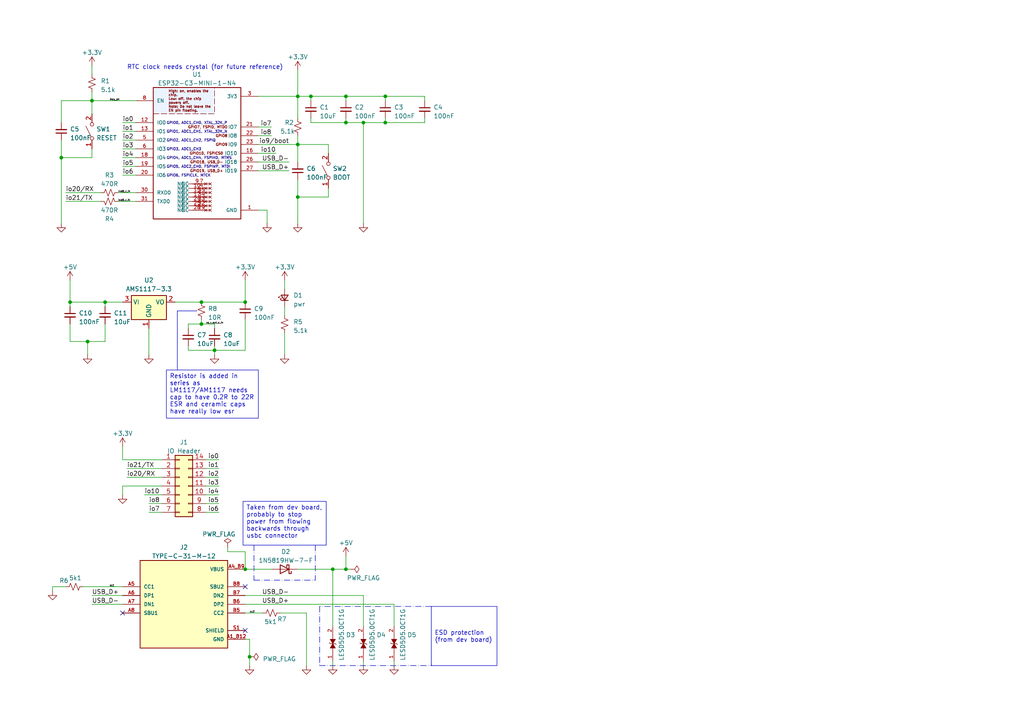
<source format=kicad_sch>
(kicad_sch (version 20230121) (generator eeschema)
  (paper "A4")
  (lib_symbols
    (symbol "Connector_Generic:Conn_02x07_Counter_Clockwise" (pin_names (offset 1.016) hide)
      (property "Reference" "J" (at 1.27 10.16 0))
      (property "Value" "Conn_02x07_Counter_Clockwise" (at 1.27 -10.16 0))
      (symbol "Conn_02x07_Counter_Clockwise_1_1"
        (rectangle (start -1.27 -7.493) (end 0 -7.747) (stroke (width 0.1524)))
        (rectangle (start -1.27 -4.953) (end 0 -5.207) (stroke (width 0.1524)))
        (rectangle (start -1.27 -2.413) (end 0 -2.667) (stroke (width 0.1524)))
        (rectangle (start -1.27 0.127) (end 0 -0.127) (stroke (width 0.1524)))
        (rectangle (start -1.27 2.667) (end 0 2.413) (stroke (width 0.1524)))
        (rectangle (start -1.27 5.207) (end 0 4.953) (stroke (width 0.1524)))
        (rectangle (start -1.27 7.747) (end 0 7.493) (stroke (width 0.1524)))
        (rectangle (start -1.27 8.89) (end 3.81 -8.89) (stroke (width 0.254)) (fill (type background)))
        (rectangle (start 3.81 -7.493) (end 2.54 -7.747) (stroke (width 0.1524)))
        (rectangle (start 3.81 -4.953) (end 2.54 -5.207) (stroke (width 0.1524)))
        (rectangle (start 3.81 -2.413) (end 2.54 -2.667) (stroke (width 0.1524)))
        (rectangle (start 3.81 0.127) (end 2.54 -0.127) (stroke (width 0.1524)))
        (rectangle (start 3.81 2.667) (end 2.54 2.413) (stroke (width 0.1524)))
        (rectangle (start 3.81 5.207) (end 2.54 4.953) (stroke (width 0.1524)))
        (rectangle (start 3.81 7.747) (end 2.54 7.493) (stroke (width 0.1524)))
        (pin passive line (at -5.08 7.62 0) (length 3.81) (name "Pin_1") (number "1"))
        (pin passive line (at 7.62 -2.54 180) (length 3.81) (name "Pin_10") (number "10"))
        (pin passive line (at 7.62 0 180) (length 3.81) (name "Pin_11") (number "11"))
        (pin passive line (at 7.62 2.54 180) (length 3.81) (name "Pin_12") (number "12"))
        (pin passive line (at 7.62 5.08 180) (length 3.81) (name "Pin_13") (number "13"))
        (pin passive line (at 7.62 7.62 180) (length 3.81) (name "Pin_14") (number "14"))
        (pin passive line (at -5.08 5.08 0) (length 3.81) (name "Pin_2") (number "2"))
        (pin passive line (at -5.08 2.54 0) (length 3.81) (name "Pin_3") (number "3"))
        (pin passive line (at -5.08 0 0) (length 3.81) (name "Pin_4") (number "4"))
        (pin passive line (at -5.08 -2.54 0) (length 3.81) (name "Pin_5") (number "5"))
        (pin passive line (at -5.08 -5.08 0) (length 3.81) (name "Pin_6") (number "6"))
        (pin passive line (at -5.08 -7.62 0) (length 3.81) (name "Pin_7") (number "7"))
        (pin passive line (at 7.62 -7.62 180) (length 3.81) (name "Pin_8") (number "8"))
        (pin passive line (at 7.62 -5.08 180) (length 3.81) (name "Pin_9") (number "9"))
      )
    )
    (symbol "Device:C_Small" (pin_numbers hide) (pin_names (offset 0.254) hide)
      (property "Reference" "C" (at 0.254 1.778 0))
      (property "Value" "C_Small" (at 0.254 -2.032 0))
      (symbol "C_Small_0_1"
        (polyline (pts (xy -1.524 -0.508) (xy 1.524 -0.508)) (stroke (width 0.3302)))
        (polyline (pts (xy -1.524 0.508) (xy 1.524 0.508)) (stroke (width 0.3048)))
      )
      (symbol "C_Small_1_1"
        (pin passive line (at 0 2.54 270) (length 2.032) (name "~") (number "1"))
        (pin passive line (at 0 -2.54 90) (length 2.032) (name "~") (number "2"))
      )
    )
    (symbol "Device:D_Schottky" (pin_numbers hide) (pin_names (offset 1.016) hide)
      (property "Reference" "D" (at 0 2.54 0))
      (property "Value" "D_Schottky" (at 0 -2.54 0))
      (symbol "D_Schottky_0_1"
        (polyline (pts (xy 1.27 0) (xy -1.27 0)))
        (polyline (pts (xy 1.27 1.27) (xy 1.27 -1.27) (xy -1.27 0) (xy 1.27 1.27)) (stroke (width 0.254)))
        (polyline (pts (xy -1.905 0.635) (xy -1.905 1.27) (xy -1.27 1.27) (xy -1.27 -1.27) (xy -0.635 -1.27) (xy -0.635 -0.635)) (stroke (width 0.254)))
      )
      (symbol "D_Schottky_1_1"
        (pin passive line (at -3.81 0 0) (length 2.54) (name "K") (number "1"))
        (pin passive line (at 3.81 0 180) (length 2.54) (name "A") (number "2"))
      )
    )
    (symbol "Device:LED_Small" (pin_numbers hide) (pin_names (offset 0.254) hide)
      (property "Reference" "D" (at -1.27 3.175 0))
      (property "Value" "LED_Small" (at -4.445 -2.54 0))
      (symbol "LED_Small_0_1"
        (polyline (pts (xy -0.762 -1.016) (xy -0.762 1.016)) (stroke (width 0.254)))
        (polyline (pts (xy 1.016 0) (xy -0.762 0)))
        (polyline (pts (xy 0.762 -1.016) (xy -0.762 0) (xy 0.762 1.016) (xy 0.762 -1.016)) (stroke (width 0.254)))
        (polyline (pts (xy 0 0.762) (xy -0.508 1.27) (xy -0.254 1.27) (xy -0.508 1.27) (xy -0.508 1.016)))
        (polyline (pts (xy 0.508 1.27) (xy 0 1.778) (xy 0.254 1.778) (xy 0 1.778) (xy 0 1.524)))
      )
      (symbol "LED_Small_1_1"
        (pin passive line (at -2.54 0 0) (length 1.778) (name "K") (number "1"))
        (pin passive line (at 2.54 0 180) (length 1.778) (name "A") (number "2"))
      )
    )
    (symbol "Device:R_Small_US" (pin_numbers hide) (pin_names (offset 0.254) hide)
      (property "Reference" "R" (at 0.762 0.508 0))
      (property "Value" "R_Small_US" (at 0.762 -1.016 0))
      (symbol "R_Small_US_1_1"
        (polyline (pts (xy 0 0) (xy 1.016 -0.381) (xy 0 -0.762) (xy -1.016 -1.143) (xy 0 -1.524)))
        (polyline (pts (xy 0 1.524) (xy 1.016 1.143) (xy 0 0.762) (xy -1.016 0.381) (xy 0 0)))
        (pin passive line (at 0 2.54 270) (length 1.016) (name "~") (number "1"))
        (pin passive line (at 0 -2.54 90) (length 1.016) (name "~") (number "2"))
      )
    )
    (symbol "ESP32-C3-MINI-1-N4:ESP32-C3-MINI-1-N4" (pin_names (offset 1.016))
      (property "Reference" "U" (at -12.7 18.796 0))
      (property "Value" "ESP32-C3-MINI-1-N4" (at -12.7 -22.86 0))
      (symbol "ESP32-C3-MINI-1-N4_0_0"
        (rectangle (start -12.7 17.78) (end 12.7 -20.32) (stroke (width 0.254)))
        (text_box "" (at -12.7 17.78 0) (size 3.81 -7.62) (stroke (width -0.0001) (type dash)) (fill (type color) (color 235 243 255 1)) (effects (font (size 1.27 1.27)) (justify left top)))
        (text_box "High: on, enables the chip.\nLow: off, the chip powers off.\nNote: Do not leave the EN pin floating." (at -8.89 17.78 0) (size 13.97 -7.62) (stroke (width -0.0001) (type dash)) (fill (type color) (color 235 243 255 1)) (effects (font (size 0.7 0.7)) (justify left top)))
        (pin power_in line (at 17.78 -17.78 180) (length 5.08) (name "GND") (number "1"))
        (pin no_connect line (at 2.54 -11.43 180) (length 5.08) (name "NC") (number "10"))
        (pin power_in line (at 17.78 -17.78 180) (length 5.08) hide (name "GND") (number "11"))
        (pin bidirectional line (at -17.78 7.62 0) (length 5.08) (name "IO0") (number "12"))
        (pin bidirectional line (at -17.78 5.08 0) (length 5.08) (name "IO1") (number "13"))
        (pin power_in line (at 17.78 -17.78 180) (length 5.08) hide (name "GND") (number "14"))
        (pin no_connect line (at 2.54 -12.7 180) (length 5.08) (name "NC") (number "15"))
        (pin bidirectional line (at 17.78 -1.27 180) (length 5.08) (name "IO10") (number "16"))
        (pin no_connect line (at 2.54 -13.97 180) (length 5.08) (name "NC") (number "17"))
        (pin bidirectional line (at -17.78 -2.54 0) (length 5.08) (name "IO4") (number "18"))
        (pin bidirectional line (at -17.78 -5.08 0) (length 5.08) (name "IO5") (number "19"))
        (pin power_in line (at 17.78 -17.78 180) (length 5.08) hide (name "GND") (number "2"))
        (pin bidirectional line (at -17.78 -7.62 0) (length 5.08) (name "IO6") (number "20"))
        (pin bidirectional line (at 17.78 6.35 180) (length 5.08) (name "IO7") (number "21"))
        (pin bidirectional line (at 17.78 3.81 180) (length 5.08) (name "IO8") (number "22"))
        (pin bidirectional line (at 17.78 1.27 180) (length 5.08) (name "IO9") (number "23"))
        (pin no_connect line (at 2.54 -15.24 180) (length 5.08) (name "NC") (number "24"))
        (pin no_connect line (at 2.54 -16.51 180) (length 5.08) (name "NC") (number "25"))
        (pin bidirectional line (at 17.78 -3.81 180) (length 5.08) (name "IO18") (number "26"))
        (pin bidirectional line (at 17.78 -6.35 180) (length 5.08) (name "IO19") (number "27"))
        (pin no_connect line (at 2.54 -17.78 180) (length 5.08) (name "NC") (number "28"))
        (pin no_connect line (at 3.81 -17.78 180) (length 5.08) (name "NC") (number "29"))
        (pin power_in line (at 17.78 15.24 180) (length 5.08) (name "3V3") (number "3"))
        (pin bidirectional line (at -17.78 -12.7 0) (length 5.08) (name "RXD0") (number "30"))
        (pin bidirectional line (at -17.78 -15.24 0) (length 5.08) (name "TXD0") (number "31"))
        (pin no_connect line (at 3.81 -16.51 180) (length 5.08) (name "NC") (number "32"))
        (pin no_connect line (at 3.81 -15.24 180) (length 5.08) (name "NC") (number "33"))
        (pin no_connect line (at 3.81 -13.97 180) (length 5.08) (name "NC") (number "34"))
        (pin no_connect line (at 3.81 -12.7 180) (length 5.08) (name "NC") (number "35"))
        (pin power_in line (at 17.78 -17.78 180) (length 5.08) hide (name "GND") (number "36"))
        (pin power_in line (at 17.78 -17.78 180) (length 5.08) hide (name "GND") (number "37"))
        (pin power_in line (at 17.78 -17.78 180) (length 5.08) hide (name "GND") (number "38"))
        (pin power_in line (at 17.78 -17.78 180) (length 5.08) hide (name "GND") (number "39"))
        (pin no_connect line (at 3.81 -11.43 180) (length 5.08) (name "NC") (number "4"))
        (pin power_in line (at 17.78 -17.78 180) (length 5.08) hide (name "GND") (number "40"))
        (pin power_in line (at 17.78 -17.78 180) (length 5.08) hide (name "GND") (number "41"))
        (pin power_in line (at 17.78 -17.78 180) (length 5.08) hide (name "GND") (number "42"))
        (pin power_in line (at 17.78 -17.78 180) (length 5.08) hide (name "GND") (number "43"))
        (pin power_in line (at 17.78 -17.78 180) (length 5.08) hide (name "GND") (number "44"))
        (pin power_in line (at 17.78 -17.78 180) (length 5.08) hide (name "GND") (number "45"))
        (pin power_in line (at 17.78 -17.78 180) (length 5.08) hide (name "GND") (number "46"))
        (pin power_in line (at 17.78 -17.78 180) (length 5.08) hide (name "GND") (number "47"))
        (pin power_in line (at 17.78 -17.78 180) (length 5.08) hide (name "GND") (number "48"))
        (pin power_in line (at 17.78 -17.78 180) (length 5.08) hide (name "GND") (number "49_1"))
        (pin power_in line (at 17.78 -17.78 180) (length 5.08) hide (name "GND") (number "49_2"))
        (pin power_in line (at 17.78 -17.78 180) (length 5.08) hide (name "GND") (number "49_3"))
        (pin power_in line (at 17.78 -17.78 180) (length 5.08) hide (name "GND") (number "49_4"))
        (pin power_in line (at 17.78 -17.78 180) (length 5.08) hide (name "GND") (number "49_5"))
        (pin power_in line (at 17.78 -17.78 180) (length 5.08) hide (name "GND") (number "49_6"))
        (pin power_in line (at 17.78 -17.78 180) (length 5.08) hide (name "GND") (number "49_7"))
        (pin power_in line (at 17.78 -17.78 180) (length 5.08) hide (name "GND") (number "49_8"))
        (pin power_in line (at 17.78 -17.78 180) (length 5.08) hide (name "GND") (number "49_9"))
        (pin bidirectional line (at -17.78 2.54 0) (length 5.08) (name "IO2") (number "5"))
        (pin power_in line (at 17.78 -17.78 180) (length 5.08) hide (name "GND") (number "50"))
        (pin power_in line (at 17.78 -17.78 180) (length 5.08) hide (name "GND") (number "51"))
        (pin power_in line (at 17.78 -17.78 180) (length 5.08) hide (name "GND") (number "52"))
        (pin power_in line (at 17.78 -17.78 180) (length 5.08) hide (name "GND") (number "53"))
        (pin bidirectional line (at -17.78 0 0) (length 5.08) (name "IO3") (number "6"))
        (pin no_connect line (at 3.81 -10.16 180) (length 5.08) (name "NC") (number "7"))
        (pin input line (at -17.78 13.97 0) (length 5.08) (name "EN") (number "8"))
        (pin no_connect line (at 2.54 -10.16 180) (length 5.08) (name "NC") (number "9"))
      )
      (symbol "ESP32-C3-MINI-1-N4_0_1"
        (polyline (pts (xy -12.7 10.16) (xy 5.08 10.16) (xy 5.08 17.78)) (stroke (width 0) (type dash)))
        (text "GPIO0, ADC1_CH0, XTAL_32K_P" (at -8.89 7.62 0) (effects (font (size 0.75 0.75)) (justify left)))
        (text "GPIO1, ADC1_CH1, XTAL_32K_N" (at -8.89 5.08 0) (effects (font (size 0.75 0.75)) (justify left)))
        (text "GPIO10, FSPICS0" (at 7.62 -1.27 0) (effects (font (size 0.75 0.75)) (justify right)))
        (text "GPIO18, USB_D-" (at 7.62 -3.81 0) (effects (font (size 0.75 0.75)) (justify right)))
        (text "GPIO19, USB_D+" (at 7.62 -6.35 0) (effects (font (size 0.75 0.75)) (justify right)))
        (text "GPIO2, ADC1_CH2, FSPIQ" (at -8.89 2.54 0) (effects (font (size 0.75 0.75)) (justify left)))
        (text "GPIO3, ADC1_CH3" (at -8.89 0 0) (effects (font (size 0.75 0.75)) (justify left)))
        (text "GPIO4, ADC1_CH4, FSPIHD, MTMS" (at -8.89 -2.54 0) (effects (font (size 0.75 0.75)) (justify left)))
        (text "GPIO5, ADC2_CH0, FSPIWP, MTDI" (at -8.89 -5.08 0) (effects (font (size 0.75 0.75)) (justify left)))
        (text "GPIO6, FSPICLK, MTCK" (at -8.89 -7.62 0) (effects (font (size 0.75 0.75)) (justify left)))
        (text "GPIO7, FSPID, MTDO" (at 8.89 6.35 0) (effects (font (size 0.75 0.75)) (justify right)))
        (text "GPIO8" (at 8.89 3.81 0) (effects (font (size 0.75 0.75)) (justify right)))
        (text "GPIO9" (at 8.89 1.27 0) (effects (font (size 0.75 0.75)) (justify right)))
      )
    )
    (symbol "LESD5D5.0CT1G:LESD5D5.0CT1G" (pin_names (offset 1.016))
      (property "Reference" "D" (at -5.08 2.54 0))
      (property "Value" "LESD5D5.0CT1G" (at -5.08 -5.08 0))
      (symbol "LESD5D5.0CT1G_0_0"
        (polyline (pts (xy -1.27 0) (xy -2.54 0)) (stroke (width 0.1524)))
        (polyline (pts (xy 0 -0.762) (xy -0.254 -1.016)) (stroke (width 0.1524)))
        (polyline (pts (xy 0 -0.762) (xy 0 0.762)) (stroke (width 0.1524)))
        (polyline (pts (xy 0 0.762) (xy 0.254 1.016)) (stroke (width 0.1524)))
        (polyline (pts (xy 1.27 0) (xy 2.54 0)) (stroke (width 0.1524)))
        (polyline (pts (xy 0 0) (xy -1.27 -0.762) (xy -1.27 0.762) (xy 0 0)) (stroke (width 0.1524)) (fill (type outline)))
        (polyline (pts (xy 0 0) (xy 1.27 0.762) (xy 1.27 -0.762) (xy 0 0)) (stroke (width 0.1524)) (fill (type outline)))
        (pin passive line (at -5.08 0 0) (length 2.54) (name "~") (number "1"))
        (pin passive line (at 5.08 0 180) (length 2.54) (name "~") (number "2"))
      )
    )
    (symbol "Regulator_Linear:AMS1117-3.3"
      (property "Reference" "U" (at -3.81 3.175 0))
      (property "Value" "AMS1117-3.3" (at 0 3.175 0))
      (symbol "AMS1117-3.3_0_1"
        (rectangle (start -5.08 -5.08) (end 5.08 1.905) (stroke (width 0.254)) (fill (type background)))
      )
      (symbol "AMS1117-3.3_1_1"
        (pin power_in line (at 0 -7.62 90) (length 2.54) (name "GND") (number "1"))
        (pin power_out line (at 7.62 0 180) (length 2.54) (name "VO") (number "2"))
        (pin power_in line (at -7.62 0 0) (length 2.54) (name "VI") (number "3"))
      )
    )
    (symbol "Switch:SW_SPST" (pin_names (offset 0) hide)
      (property "Reference" "SW" (at 0 3.175 0))
      (property "Value" "SW_SPST" (at 0 -2.54 0))
      (symbol "SW_SPST_0_0"
        (circle (center -2.032 0) (radius 0.508))
        (polyline (pts (xy -1.524 0.254) (xy 1.524 1.778)))
        (circle (center 2.032 0) (radius 0.508))
      )
      (symbol "SW_SPST_1_1"
        (pin passive line (at -5.08 0 0) (length 2.54) (name "A") (number "1"))
        (pin passive line (at 5.08 0 180) (length 2.54) (name "B") (number "2"))
      )
    )
    (symbol "TYPE-C-31-M-12:TYPE-C-31-M-12" (pin_names (offset 1.016))
      (property "Reference" "J" (at -12.7 13.462 0))
      (property "Value" "TYPE-C-31-M-12" (at -12.7 -13.462 0))
      (symbol "TYPE-C-31-M-12_0_0"
        (rectangle (start -12.7 -12.7) (end 12.7 12.7) (stroke (width 0.254)) (fill (type background)))
        (pin power_in line (at 17.78 -10.16 180) (length 5.08) (name "GND") (number "A1_B12"))
        (pin power_in line (at 17.78 10.16 180) (length 5.08) (name "VBUS") (number "A4_B9"))
        (pin bidirectional line (at -17.78 5.08 0) (length 5.08) (name "CC1") (number "A5"))
        (pin bidirectional line (at -17.78 2.54 0) (length 5.08) (name "DP1") (number "A6"))
        (pin bidirectional line (at -17.78 0 0) (length 5.08) (name "DN1") (number "A7"))
        (pin bidirectional line (at -17.78 -2.54 0) (length 5.08) (name "SBU1") (number "A8"))
        (pin power_in line (at 17.78 -10.16 180) (length 5.08) hide (name "GND") (number "B1_A12"))
        (pin power_in line (at 17.78 10.16 180) (length 5.08) hide (name "VBUS") (number "B4_A9"))
        (pin bidirectional line (at 17.78 -2.54 180) (length 5.08) (name "CC2") (number "B5"))
        (pin bidirectional line (at 17.78 0 180) (length 5.08) (name "DP2") (number "B6"))
        (pin bidirectional line (at 17.78 2.54 180) (length 5.08) (name "DN2") (number "B7"))
        (pin bidirectional line (at 17.78 5.08 180) (length 5.08) (name "SBU2") (number "B8"))
        (pin passive line (at 17.78 -7.62 180) (length 5.08) (name "SHIELD") (number "S1"))
        (pin passive line (at 17.78 -7.62 180) (length 5.08) hide (name "SHIELD") (number "S2"))
        (pin passive line (at 17.78 -7.62 180) (length 5.08) hide (name "SHIELD") (number "S3"))
        (pin passive line (at 17.78 -7.62 180) (length 5.08) hide (name "SHIELD") (number "S4"))
      )
    )
    (symbol "power:+3.3V" (power) (pin_names (offset 0))
      (property "Value" "+3.3V" (at 0 3.556 0))
      (symbol "+3.3V_0_1"
        (polyline (pts (xy -0.762 1.27) (xy 0 2.54)))
        (polyline (pts (xy 0 0) (xy 0 2.54)))
        (polyline (pts (xy 0 2.54) (xy 0.762 1.27)))
      )
      (symbol "+3.3V_1_1"
        (pin power_in line (at 0 0 90) (length 0) hide (name "+3.3V") (number "1"))
      )
    )
    (symbol "power:+5V" (power) (pin_names (offset 0))
      (property "Value" "+5V" (at 0 3.556 0))
      (symbol "+5V_0_1"
        (polyline (pts (xy -0.762 1.27) (xy 0 2.54)))
        (polyline (pts (xy 0 0) (xy 0 2.54)))
        (polyline (pts (xy 0 2.54) (xy 0.762 1.27)))
      )
      (symbol "+5V_1_1"
        (pin power_in line (at 0 0 90) (length 0) hide (name "+5V") (number "1"))
      )
    )
    (symbol "power:GND" (power) (pin_names (offset 0))
      (property "Value" "GND" (at 0 -3.81 0))
      (symbol "GND_0_1"
        (polyline (pts (xy 0 0) (xy 0 -1.27) (xy 1.27 -1.27) (xy 0 -2.54) (xy -1.27 -1.27) (xy 0 -1.27)))
      )
      (symbol "GND_1_1"
        (pin power_in line (at 0 0 270) (length 0) hide (name "GND") (number "1"))
      )
    )
    (symbol "power:PWR_FLAG" (power) (pin_numbers hide) (pin_names (offset 0) hide)
      (property "Value" "PWR_FLAG" (at 0 3.81 0))
      (symbol "PWR_FLAG_0_0"
        (pin power_out line (at 0 0 90) (length 0) (name "pwr") (number "1"))
      )
      (symbol "PWR_FLAG_0_1"
        (polyline (pts (xy 0 0) (xy 0 1.27) (xy -1.016 1.905) (xy 0 2.54) (xy 1.016 1.905) (xy 0 1.27)))
      )
    )
  )
  (junction (at 111.76 27.94))
  (junction (at 100.33 165.1))
  (junction (at 30.48 87.63))
  (junction (at 111.76 35.56))
  (junction (at 58.42 93.98))
  (junction (at 86.36 27.94))
  (junction (at 20.32 87.63))
  (junction (at 90.17 27.94))
  (junction (at 100.33 35.56))
  (junction (at 58.42 87.63))
  (junction (at 17.78 45.72))
  (junction (at 26.67 29.21))
  (junction (at 105.41 35.56))
  (junction (at 62.23 101.6))
  (junction (at 71.12 165.1))
  (junction (at 96.52 165.1))
  (junction (at 86.36 41.91))
  (junction (at 25.4 99.06))
  (junction (at 86.36 57.15))
  (junction (at 71.12 87.63))
  (junction (at 72.39 190.5))
  (junction (at 100.33 27.94))
  (no_connect (at 71.12 182.88))
  (no_connect (at 71.12 170.18))
  (no_connect (at 35.56 177.8))
  (wire (pts (xy 74.93 49.53) (xy 83.82 49.53)))
  (wire (pts (xy 20.32 87.63) (xy 30.48 87.63)))
  (wire (pts (xy 86.36 20.32) (xy 86.36 27.94)))
  (wire (pts (xy 100.33 165.1) (xy 100.33 161.29)))
  (wire (pts (xy 19.05 55.88) (xy 29.21 55.88)))
  (polyline (pts (xy 73.66 168.275) (xy 91.44 168.275)) (stroke (width 0) (type dash_dot)))
  (wire (pts (xy 105.41 64.77) (xy 105.41 35.56)))
  (wire (pts (xy 19.05 58.42) (xy 29.21 58.42)))
  (wire (pts (xy 96.52 165.1) (xy 96.52 181.61)))
  (wire (pts (xy 30.48 87.63) (xy 35.56 87.63)))
  (polyline (pts (xy 91.44 158.115) (xy 91.44 168.275)) (stroke (width 0) (type dash_dot)))
  (wire (pts (xy 35.56 45.72) (xy 39.37 45.72)))
  (wire (pts (xy 63.5 146.05) (xy 59.69 146.05)))
  (wire (pts (xy 34.29 58.42) (xy 39.37 58.42)))
  (wire (pts (xy 100.33 165.1) (xy 96.52 165.1)))
  (wire (pts (xy 63.5 133.35) (xy 59.69 133.35)))
  (wire (pts (xy 74.93 39.37) (xy 78.74 39.37)))
  (wire (pts (xy 63.5 138.43) (xy 59.69 138.43)))
  (wire (pts (xy 71.12 177.8) (xy 76.2 177.8)))
  (wire (pts (xy 71.12 165.1) (xy 78.74 165.1)))
  (wire (pts (xy 15.24 171.45) (xy 15.24 170.18)))
  (wire (pts (xy 71.12 185.42) (xy 72.39 185.42)))
  (wire (pts (xy 63.5 140.97) (xy 59.69 140.97)))
  (wire (pts (xy 35.56 140.97) (xy 46.99 140.97)))
  (wire (pts (xy 105.41 191.77) (xy 105.41 193.04)))
  (wire (pts (xy 95.25 41.91) (xy 95.25 44.45)))
  (wire (pts (xy 90.17 27.94) (xy 90.17 29.21)))
  (wire (pts (xy 95.25 57.15) (xy 95.25 54.61)))
  (wire (pts (xy 82.55 96.52) (xy 82.55 102.87)))
  (wire (pts (xy 20.32 81.28) (xy 20.32 87.63)))
  (wire (pts (xy 111.76 35.56) (xy 111.76 34.29)))
  (wire (pts (xy 86.36 64.77) (xy 86.36 57.15)))
  (wire (pts (xy 105.41 35.56) (xy 111.76 35.56)))
  (wire (pts (xy 54.61 101.6) (xy 62.23 101.6)))
  (wire (pts (xy 35.56 48.26) (xy 39.37 48.26)))
  (wire (pts (xy 17.78 64.77) (xy 17.78 45.72)))
  (wire (pts (xy 54.61 100.33) (xy 54.61 101.6)))
  (wire (pts (xy 105.41 172.72) (xy 105.41 181.61)))
  (wire (pts (xy 72.39 190.5) (xy 72.39 193.04)))
  (polyline (pts (xy 92.71 175.895) (xy 92.71 193.04)) (stroke (width 0) (type dash_dot)))
  (wire (pts (xy 111.76 35.56) (xy 123.19 35.56)))
  (polyline (pts (xy 51.435 107.315) (xy 51.435 91.44)))
  (wire (pts (xy 123.19 29.21) (xy 123.19 27.94)))
  (wire (pts (xy 86.36 165.1) (xy 96.52 165.1)))
  (wire (pts (xy 82.55 83.82) (xy 82.55 81.28)))
  (wire (pts (xy 71.12 160.02) (xy 71.12 165.1)))
  (polyline (pts (xy 51.435 91.44) (xy 51.435 90.17)))
  (wire (pts (xy 71.12 81.28) (xy 71.12 87.63)))
  (wire (pts (xy 111.76 27.94) (xy 100.33 27.94)))
  (wire (pts (xy 74.93 46.99) (xy 83.82 46.99)))
  (wire (pts (xy 26.67 29.21) (xy 26.67 33.02)))
  (polyline (pts (xy 125.095 175.895) (xy 92.71 175.895)) (stroke (width 0) (type dash_dot)))
  (wire (pts (xy 114.3 191.77) (xy 114.3 193.04)))
  (wire (pts (xy 74.93 41.91) (xy 86.36 41.91)))
  (wire (pts (xy 74.93 60.96) (xy 77.47 60.96)))
  (wire (pts (xy 35.56 129.54) (xy 35.56 133.35)))
  (wire (pts (xy 25.4 99.06) (xy 30.48 99.06)))
  (wire (pts (xy 36.83 135.89) (xy 46.99 135.89)))
  (polyline (pts (xy 73.66 158.115) (xy 73.66 168.275)) (stroke (width 0) (type dash_dot)))
  (wire (pts (xy 35.56 50.8) (xy 39.37 50.8)))
  (wire (pts (xy 35.56 40.64) (xy 39.37 40.64)))
  (wire (pts (xy 86.36 39.37) (xy 86.36 41.91)))
  (wire (pts (xy 17.78 35.56) (xy 17.78 29.21)))
  (wire (pts (xy 30.48 87.63) (xy 30.48 88.9)))
  (wire (pts (xy 43.18 95.25) (xy 43.18 102.87)))
  (wire (pts (xy 25.4 99.06) (xy 25.4 102.87)))
  (wire (pts (xy 20.32 99.06) (xy 25.4 99.06)))
  (wire (pts (xy 63.5 148.59) (xy 59.69 148.59)))
  (wire (pts (xy 58.42 87.63) (xy 71.12 87.63)))
  (wire (pts (xy 62.23 101.6) (xy 62.23 102.87)))
  (wire (pts (xy 50.8 87.63) (xy 58.42 87.63)))
  (wire (pts (xy 90.17 34.29) (xy 90.17 35.56)))
  (wire (pts (xy 17.78 40.64) (xy 17.78 45.72)))
  (wire (pts (xy 66.04 158.75) (xy 66.04 160.02)))
  (wire (pts (xy 86.36 57.15) (xy 95.25 57.15)))
  (wire (pts (xy 46.99 148.59) (xy 43.18 148.59)))
  (wire (pts (xy 20.32 87.63) (xy 20.32 88.9)))
  (wire (pts (xy 62.23 100.33) (xy 62.23 101.6)))
  (wire (pts (xy 71.12 175.26) (xy 114.3 175.26)))
  (wire (pts (xy 72.39 185.42) (xy 72.39 190.5)))
  (wire (pts (xy 90.17 27.94) (xy 100.33 27.94)))
  (wire (pts (xy 24.13 170.18) (xy 35.56 170.18)))
  (wire (pts (xy 26.67 45.72) (xy 26.67 43.18)))
  (wire (pts (xy 123.19 35.56) (xy 123.19 34.29)))
  (wire (pts (xy 101.6 165.1) (xy 100.33 165.1)))
  (wire (pts (xy 86.36 27.94) (xy 86.36 34.29)))
  (wire (pts (xy 111.76 27.94) (xy 111.76 29.21)))
  (polyline (pts (xy 125.095 192.405) (xy 125.095 193.04)))
  (wire (pts (xy 86.36 41.91) (xy 95.25 41.91)))
  (wire (pts (xy 36.83 138.43) (xy 46.99 138.43)))
  (wire (pts (xy 86.36 27.94) (xy 90.17 27.94)))
  (wire (pts (xy 46.99 143.51) (xy 41.91 143.51)))
  (wire (pts (xy 74.93 27.94) (xy 86.36 27.94)))
  (wire (pts (xy 62.23 101.6) (xy 71.12 101.6)))
  (wire (pts (xy 74.93 44.45) (xy 80.01 44.45)))
  (wire (pts (xy 77.47 64.77) (xy 77.47 60.96)))
  (wire (pts (xy 26.67 29.21) (xy 39.37 29.21)))
  (wire (pts (xy 123.19 27.94) (xy 111.76 27.94)))
  (wire (pts (xy 46.99 133.35) (xy 35.56 133.35)))
  (wire (pts (xy 58.42 93.98) (xy 58.42 92.71)))
  (wire (pts (xy 86.36 52.07) (xy 86.36 57.15)))
  (wire (pts (xy 62.23 95.25) (xy 62.23 93.98)))
  (wire (pts (xy 35.56 35.56) (xy 39.37 35.56)))
  (wire (pts (xy 71.12 172.72) (xy 105.41 172.72)))
  (wire (pts (xy 63.5 135.89) (xy 59.69 135.89)))
  (wire (pts (xy 54.61 93.98) (xy 58.42 93.98)))
  (wire (pts (xy 35.56 38.1) (xy 39.37 38.1)))
  (wire (pts (xy 17.78 45.72) (xy 26.67 45.72)))
  (wire (pts (xy 90.17 35.56) (xy 100.33 35.56)))
  (wire (pts (xy 82.55 88.9) (xy 82.55 91.44)))
  (wire (pts (xy 86.36 41.91) (xy 86.36 46.99)))
  (wire (pts (xy 20.32 93.98) (xy 20.32 99.06)))
  (wire (pts (xy 81.28 177.8) (xy 88.9 177.8)))
  (wire (pts (xy 34.29 55.88) (xy 39.37 55.88)))
  (wire (pts (xy 100.33 35.56) (xy 100.33 34.29)))
  (wire (pts (xy 35.56 140.97) (xy 35.56 143.51)))
  (wire (pts (xy 100.33 35.56) (xy 105.41 35.56)))
  (wire (pts (xy 46.99 146.05) (xy 43.18 146.05)))
  (wire (pts (xy 100.33 27.94) (xy 100.33 29.21)))
  (wire (pts (xy 74.93 36.83) (xy 78.74 36.83)))
  (wire (pts (xy 62.23 93.98) (xy 58.42 93.98)))
  (wire (pts (xy 26.67 175.26) (xy 35.56 175.26)))
  (wire (pts (xy 63.5 143.51) (xy 59.69 143.51)))
  (wire (pts (xy 30.48 93.98) (xy 30.48 99.06)))
  (wire (pts (xy 15.24 170.18) (xy 19.05 170.18)))
  (polyline (pts (xy 51.435 90.17) (xy 57.15 90.17)))
  (wire (pts (xy 35.56 43.18) (xy 39.37 43.18)))
  (wire (pts (xy 26.67 26.67) (xy 26.67 29.21)))
  (wire (pts (xy 26.67 172.72) (xy 35.56 172.72)))
  (wire (pts (xy 96.52 191.77) (xy 96.52 193.04)))
  (wire (pts (xy 66.04 160.02) (xy 71.12 160.02)))
  (wire (pts (xy 71.12 92.71) (xy 71.12 101.6)))
  (wire (pts (xy 26.67 19.05) (xy 26.67 21.59)))
  (wire (pts (xy 54.61 95.25) (xy 54.61 93.98)))
  (wire (pts (xy 26.67 29.21) (xy 17.78 29.21)))
  (wire (pts (xy 88.9 177.8) (xy 88.9 193.04)))
  (wire (pts (xy 114.3 175.26) (xy 114.3 181.61)))
  (polyline (pts (xy 92.71 193.04) (xy 125.095 193.04)) (stroke (width 0) (type dash_dot)))
  (text_box "Taken from dev board, probably to stop power from flowing backwards through usbc connector" (at 70.485 145.415 0) (size 24.13 12.7) (effects (font (size 1.27 1.27)) (justify left top)))
  (text_box "ESD protection (from dev board)\n" (at 125.095 175.895 0) (size 19.05 17.145) (effects (font (size 1.27 1.27)) (justify left)))
  (text_box "Resistor is added in series as LM1117/AM1117 needs cap to have 0.2R to 22R ESR and ceramic caps have really low esr" (at 48.26 107.315 0) (size 26.67 13.97) (effects (font (size 1.27 1.27)) (justify left top)))
  (text "RTC clock needs crystal (for future reference)" (at 36.83 20.32 0) (effects (font (size 1.27 1.27)) (justify left bottom)))
  (label "cc1" (at 31.75 170.18 0) (effects (font (size 0.5 0.5))))
  (label "io9{slash}boot" (at 83.82 41.91 180))
  (label "io1" (at 35.56 38.1 0))
  (label "io7" (at 78.74 36.83 180))
  (label "io6" (at 63.5 148.59 180))
  (label "io1" (at 63.5 135.89 180))
  (label "USB_D-" (at 26.67 175.26 0))
  (label "io20{slash}RX" (at 36.83 138.43 0))
  (label "io5" (at 35.56 48.26 0))
  (label "USB_D-" (at 83.82 46.99 180))
  (label "mcu_en" (at 31.75 29.21 0) (effects (font (size 0.5 0.5))))
  (label "io10" (at 41.91 143.51 0))
  (label "io6" (at 35.56 50.8 0))
  (label "USB_D+" (at 83.82 175.26 180))
  (label "io20{slash}RX" (at 19.05 55.88 0))
  (label "io2" (at 35.56 40.64 0))
  (label "io4" (at 63.5 143.51 180))
  (label "io21{slash}TX" (at 19.05 58.42 0))
  (label "io0" (at 35.56 35.56 0))
  (label "io7" (at 43.18 148.59 0))
  (label "io3" (at 35.56 43.18 0))
  (label "rxd0_r_in" (at 34.29 55.88 0) (effects (font (size 0.5 0.5))))
  (label "io2" (at 63.5 138.43 180))
  (label "io4" (at 35.56 45.72 0))
  (label "USB_D-" (at 83.82 172.72 180))
  (label "io8" (at 43.18 146.05 0))
  (label "io5" (at 63.5 146.05 180))
  (label "vo_r_out_c_in" (at 59.69 93.98 0) (effects (font (size 0.5 0.5))))
  (label "io10" (at 80.01 44.45 180))
  (label "io3" (at 63.5 140.97 180))
  (label "io21{slash}TX" (at 36.83 135.89 0))
  (label "USB_D+" (at 26.67 172.72 0))
  (label "cc2" (at 72.39 177.8 0) (effects (font (size 0.5 0.5))))
  (label "USB_D+" (at 83.82 49.53 180))
  (label "io8" (at 78.74 39.37 180))
  (label "io0" (at 63.5 133.35 180))
  (label "txd0_r_in" (at 34.29 58.42 0) (effects (font (size 0.5 0.5))))
  (symbol (lib_id "power:PWR_FLAG") (at 66.04 158.75 0) (unit 1)
    (property "Reference" "#FLG01" (effects hide))
    (property "Value" "PWR_FLAG" (at 63.5 154.94 0))
  )
  (symbol (lib_id "ESP32-C3-MINI-1-N4:ESP32-C3-MINI-1-N4") (at 57.15 43.18 0) (unit 1)
    (property "Reference" "U1" (at 57.15 21.59 0))
    (property "Value" "ESP32-C3-MINI-1-N4" (at 57.15 24.13 0))
    (property "Footprint" "XCVR_ESP32-C3-MINI-1-N4" (effects hide))
    (property "Datasheet" "https://www.espressif.com/documentation/esp32-c3-mini-1_datasheet_en.pdf" (effects hide))
    (property "MANUFACTURER" "Espressif Systems" (effects hide))
    (property "MAXIMUM_PACKAGE_HEIGHT" "2.55mm" (effects hide))
    (property "STANDARD" "Manufacturer Recommendations" (effects hide))
    (property "PARTREV" "v1.0" (effects hide))
    (property "JLC#" "C2838502" (effects hide))
  )
  (symbol (lib_id "power:+3.3V") (at 82.55 81.28 0) (unit 1)
    (property "Reference" "#PWR09" (effects hide))
    (property "Value" "+3.3V" (at 82.55 77.47 0))
  )
  (symbol (lib_id "power:+3.3V") (at 86.36 20.32 0) (unit 1)
    (property "Reference" "#PWR02" (effects hide))
    (property "Value" "+3.3V" (at 86.36 16.51 0))
  )
  (symbol (lib_id "power:GND") (at 114.3 193.04 0) (unit 1)
    (property "Reference" "#PWR022" (effects hide))
    (property "Value" "GND" (effects hide))
  )
  (symbol (lib_id "power:GND") (at 62.23 102.87 0) (unit 1)
    (property "Reference" "#PWR012" (effects hide))
    (property "Value" "GND" (effects hide))
  )
  (symbol (lib_id "Device:C_Small") (at 62.23 97.79 0) (unit 1)
    (property "Reference" "C8" (at 64.77 97.1613 0) (effects (justify left)))
    (property "Value" "10uF" (at 64.77 99.7013 0) (effects (justify left)))
    (property "Footprint" "Capacitor_SMD:C_0402_1005Metric" (effects hide))
    (property "JLC#" "C15525" (effects hide))
  )
  (symbol (lib_id "Device:R_Small_US") (at 82.55 93.98 0) (unit 1)
    (property "Reference" "R5" (at 85.09 93.345 0) (effects (justify left)))
    (property "Value" "5.1k" (at 85.09 95.885 0) (effects (justify left)))
    (property "Footprint" "Resistor_SMD:R_0402_1005Metric" (effects hide))
    (property "JLC#" "C105872" (effects hide))
  )
  (symbol (lib_id "power:+5V") (at 20.32 81.28 0) (unit 1)
    (property "Reference" "#PWR07" (effects hide))
    (property "Value" "+5V" (at 20.32 77.47 0))
  )
  (symbol (lib_id "Switch:SW_SPST") (at 95.25 49.53 90) (unit 1)
    (property "Reference" "SW2" (at 96.52 48.895 90) (effects (justify right)))
    (property "Value" "BOOT" (at 96.52 51.435 90) (effects (justify right)))
    (property "Footprint" "custom:K2-6639SP-C4SC-04" (effects hide))
    (property "JLC#" "C83206" (effects hide))
  )
  (symbol (lib_id "Device:C_Small") (at 30.48 91.44 0) (unit 1)
    (property "Reference" "C11" (at 33.02 90.8113 0) (effects (justify left)))
    (property "Value" "10uF" (at 33.02 93.3513 0) (effects (justify left)))
    (property "Footprint" "Capacitor_SMD:C_0402_1005Metric" (effects hide))
    (property "JLC#" "C15525" (effects hide))
  )
  (symbol (lib_id "Device:R_Small_US") (at 86.36 36.83 0) (unit 1)
    (property "Reference" "R2" (at 82.55 35.56 0) (effects (justify left)))
    (property "Value" "5.1k" (at 81.28 38.1 0) (effects (justify left)))
    (property "Footprint" "Resistor_SMD:R_0402_1005Metric" (effects hide))
    (property "JLC#" "C105872" (effects hide))
  )
  (symbol (lib_id "power:GND") (at 25.4 102.87 0) (unit 1)
    (property "Reference" "#PWR010" (effects hide))
    (property "Value" "GND" (effects hide))
  )
  (symbol (lib_id "Device:D_Schottky") (at 82.55 165.1 180) (unit 1)
    (property "Reference" "D2" (at 82.8675 160.02 0))
    (property "Value" "1N5819HW-7-F" (at 82.8675 162.56 0))
    (property "Footprint" "Diode_SMD:D_SOD-123" (effects hide))
    (property "JLC#" "C82544" (effects hide))
  )
  (symbol (lib_id "power:+3.3V") (at 35.56 129.54 0) (unit 1)
    (property "Reference" "#PWR014" (effects hide))
    (property "Value" "+3.3V" (at 35.56 125.73 0))
  )
  (symbol (lib_id "Device:C_Small") (at 86.36 49.53 180) (unit 1)
    (property "Reference" "C6" (at 88.9 48.8886 0) (effects (justify right)))
    (property "Value" "100nF" (at 88.9 51.4286 0) (effects (justify right)))
    (property "Footprint" "Capacitor_SMD:C_0402_1005Metric" (effects hide))
    (property "JLC#" "C1525" (effects hide))
  )
  (symbol (lib_id "power:GND") (at 86.36 64.77 0) (unit 1)
    (property "Reference" "#PWR05" (effects hide))
    (property "Value" "GND" (effects hide))
  )
  (symbol (lib_id "Device:C_Small") (at 54.61 97.79 0) (unit 1)
    (property "Reference" "C7" (at 57.15 97.1613 0) (effects (justify left)))
    (property "Value" "10uF" (at 57.15 99.7013 0) (effects (justify left)))
    (property "Footprint" "Capacitor_SMD:C_0402_1005Metric" (effects hide))
    (property "JLC#" "C15525" (effects hide))
  )
  (symbol (lib_id "Device:R_Small_US") (at 31.75 58.42 90) (mirror x) (unit 1)
    (property "Reference" "R4" (at 31.75 63.5 90))
    (property "Value" "470R" (at 31.75 60.96 90))
    (property "Footprint" "Resistor_SMD:R_0402_1005Metric" (effects hide))
    (property "JLC#" "C114877" (effects hide))
  )
  (symbol (lib_id "power:GND") (at 35.56 143.51 0) (unit 1)
    (property "Reference" "#PWR015" (effects hide))
    (property "Value" "GND" (effects hide))
  )
  (symbol (lib_id "power:+5V") (at 100.33 161.29 0) (unit 1)
    (property "Reference" "#PWR016" (effects hide))
    (property "Value" "+5V" (at 100.33 157.48 0))
  )
  (symbol (lib_id "Device:R_Small_US") (at 26.67 24.13 0) (unit 1)
    (property "Reference" "R1" (at 29.21 23.495 0) (effects (justify left)))
    (property "Value" "5.1k" (at 29.21 26.035 0) (effects (justify left)))
    (property "Footprint" "Resistor_SMD:R_0402_1005Metric" (effects hide))
    (property "JLC#" "C105872" (effects hide))
  )
  (symbol (lib_id "Device:C_Small") (at 17.78 38.1 180) (unit 1)
    (property "Reference" "C5" (at 20.32 37.4586 0) (effects (justify right)))
    (property "Value" "100nF" (at 20.32 39.9986 0) (effects (justify right)))
    (property "Footprint" "Capacitor_SMD:C_0402_1005Metric" (effects hide))
    (property "JLC#" "C1525" (effects hide))
  )
  (symbol (lib_id "power:GND") (at 105.41 193.04 0) (unit 1)
    (property "Reference" "#PWR021" (effects hide))
    (property "Value" "GND" (effects hide))
  )
  (symbol (lib_id "power:GND") (at 77.47 64.77 0) (unit 1)
    (property "Reference" "#PWR04" (effects hide))
    (property "Value" "GND" (effects hide))
  )
  (symbol (lib_id "power:+3.3V") (at 26.67 19.05 0) (unit 1)
    (property "Reference" "#PWR01" (effects hide))
    (property "Value" "+3.3V" (at 26.67 15.24 0))
  )
  (symbol (lib_id "Device:R_Small_US") (at 78.74 177.8 90) (unit 1)
    (property "Reference" "R7" (at 81.788 179.578 90))
    (property "Value" "5k1" (at 78.486 180.34 90))
    (property "Footprint" "Resistor_SMD:R_0402_1005Metric" (effects hide))
    (property "JLC#" "C105872" (effects hide))
  )
  (symbol (lib_id "Device:C_Small") (at 20.32 91.44 0) (unit 1)
    (property "Reference" "C10" (at 22.86 90.8113 0) (effects (justify left)))
    (property "Value" "100nF" (at 22.86 93.3513 0) (effects (justify left)))
    (property "Footprint" "Capacitor_SMD:C_0402_1005Metric" (effects hide))
    (property "JLC#" "C1525" (effects hide))
  )
  (symbol (lib_id "LESD5D5.0CT1G:LESD5D5.0CT1G") (at 96.52 186.69 90) (unit 1)
    (property "Reference" "D3" (at 100.33 184.15 90) (effects (justify right)))
    (property "Value" "LESD5D5.0CT1G" (at 99.06 176.53 0) (effects (justify right)))
    (property "Footprint" "TVS_LESD5D5.0CT1G" (effects hide))
    (property "MAXIMUM_PACKAGE_HEIGHT" "0.7 mm" (effects hide))
    (property "STANDARD" "Manufacturer Recommendations" (effects hide))
    (property "PARTREV" "O" (effects hide))
    (property "MANUFACTURER" "LRC" (effects hide))
    (property "JLC#" "C383211" (effects hide))
  )
  (symbol (lib_id "Connector_Generic:Conn_02x07_Counter_Clockwise") (at 52.07 140.97 0) (unit 1)
    (property "Reference" "J1" (at 53.34 128.27 0))
    (property "Value" "IO Header" (at 53.34 130.81 0))
    (property "Footprint" "Connector_PinHeader_2.54mm:PinHeader_2x07_P2.54mm_Vertical" (effects hide))
    (property "JLC#" "C38844" (effects hide))
  )
  (symbol (lib_id "LESD5D5.0CT1G:LESD5D5.0CT1G") (at 105.41 186.69 90) (unit 1)
    (property "Reference" "D4" (at 109.22 184.15 90) (effects (justify right)))
    (property "Value" "LESD5D5.0CT1G" (at 107.95 176.53 0) (effects (justify right)))
    (property "Footprint" "TVS_LESD5D5.0CT1G" (effects hide))
    (property "MAXIMUM_PACKAGE_HEIGHT" "0.7 mm" (effects hide))
    (property "STANDARD" "Manufacturer Recommendations" (effects hide))
    (property "PARTREV" "O" (effects hide))
    (property "MANUFACTURER" "LRC" (effects hide))
    (property "JLC#" "C383211" (effects hide))
  )
  (symbol (lib_id "TYPE-C-31-M-12:TYPE-C-31-M-12") (at 53.34 175.26 0) (unit 1)
    (property "Reference" "J2" (at 53.34 158.75 0))
    (property "Value" "TYPE-C-31-M-12" (at 53.34 161.29 0))
    (property "Footprint" "usbc:HRO_TYPE-C-31-M-12" (effects hide))
    (property "PARTREV" "2020.12.08" (effects hide))
    (property "MANUFACTURER" "HRO Electronics Co., Ltd." (effects hide))
    (property "SNAPEDA_PN" "TYPE-C-31-M-12" (effects hide))
    (property "STANDARD" "Manufacturer Recommendations" (effects hide))
    (property "MAXIMUM_PACKAGE_HEIGHT" "3.26 mm" (effects hide))
    (property "JLC#" "C165948" (effects hide))
  )
  (symbol (lib_id "power:GND") (at 43.18 102.87 0) (unit 1)
    (property "Reference" "#PWR011" (effects hide))
    (property "Value" "GND" (effects hide))
  )
  (symbol (lib_id "LESD5D5.0CT1G:LESD5D5.0CT1G") (at 114.3 186.69 90) (unit 1)
    (property "Reference" "D5" (at 118.11 184.15 90) (effects (justify right)))
    (property "Value" "LESD5D5.0CT1G" (at 116.84 176.53 0) (effects (justify right)))
    (property "Footprint" "TVS_LESD5D5.0CT1G" (effects hide))
    (property "MAXIMUM_PACKAGE_HEIGHT" "0.7 mm" (effects hide))
    (property "STANDARD" "Manufacturer Recommendations" (effects hide))
    (property "PARTREV" "O" (effects hide))
    (property "MANUFACTURER" "LRC" (effects hide))
    (property "JLC#" "C383211" (effects hide))
  )
  (symbol (lib_id "Device:C_Small") (at 123.19 31.75 0) (unit 1)
    (property "Reference" "C4" (at 125.73 31.1213 0) (effects (justify left)))
    (property "Value" "100nF" (at 125.73 33.6613 0) (effects (justify left)))
    (property "Footprint" "Capacitor_SMD:C_0402_1005Metric" (effects hide))
    (property "JLC#" "C1525" (effects hide))
  )
  (symbol (lib_id "power:GND") (at 105.41 64.77 0) (unit 1)
    (property "Reference" "#PWR06" (effects hide))
    (property "Value" "GND" (effects hide))
  )
  (symbol (lib_id "Device:C_Small") (at 111.76 31.75 0) (unit 1)
    (property "Reference" "C3" (at 114.3 31.1213 0) (effects (justify left)))
    (property "Value" "100nF" (at 114.3 33.6613 0) (effects (justify left)))
    (property "Footprint" "Capacitor_SMD:C_0402_1005Metric" (effects hide))
    (property "JLC#" "C1525" (effects hide))
  )
  (symbol (lib_id "power:GND") (at 15.24 171.45 0) (unit 1)
    (property "Reference" "#PWR017" (effects hide))
    (property "Value" "GND" (effects hide))
  )
  (symbol (lib_id "Regulator_Linear:AMS1117-3.3") (at 43.18 87.63 0) (unit 1)
    (property "Reference" "U2" (at 43.18 81.28 0))
    (property "Value" "AMS1117-3.3" (at 43.18 83.82 0))
    (property "Footprint" "Package_TO_SOT_SMD:SOT-223-3_TabPin2" (effects hide))
    (property "Datasheet" "http://www.advanced-monolithic.com/pdf/ds1117.pdf" (effects hide))
    (property "JLC#" "C6186" (effects hide))
  )
  (symbol (lib_id "power:GND") (at 82.55 102.87 0) (unit 1)
    (property "Reference" "#PWR013" (effects hide))
    (property "Value" "GND" (effects hide))
  )
  (symbol (lib_id "power:PWR_FLAG") (at 72.39 190.5 270) (unit 1)
    (property "Reference" "#FLG02" (effects hide))
    (property "Value" "PWR_FLAG" (at 76.2 191.135 90) (effects (justify left)))
  )
  (symbol (lib_id "Device:C_Small") (at 90.17 31.75 0) (unit 1)
    (property "Reference" "C1" (at 92.71 31.1213 0) (effects (justify left)))
    (property "Value" "10uF" (at 92.71 33.6613 0) (effects (justify left)))
    (property "Footprint" "Capacitor_SMD:C_0402_1005Metric" (effects hide))
    (property "JLC#" "C15525" (effects hide))
  )
  (symbol (lib_id "power:GND") (at 88.9 193.04 0) (unit 1)
    (property "Reference" "#PWR019" (effects hide))
    (property "Value" "GND" (effects hide))
  )
  (symbol (lib_id "power:+3.3V") (at 71.12 81.28 0) (unit 1)
    (property "Reference" "#PWR08" (effects hide))
    (property "Value" "+3.3V" (at 71.12 77.47 0))
  )
  (symbol (lib_id "Device:C_Small") (at 71.12 90.17 0) (unit 1)
    (property "Reference" "C9" (at 73.66 89.5413 0) (effects (justify left)))
    (property "Value" "100nF" (at 73.66 92.0813 0) (effects (justify left)))
    (property "Footprint" "Capacitor_SMD:C_0402_1005Metric" (effects hide))
    (property "JLC#" "C1525" (effects hide))
  )
  (symbol (lib_id "Device:C_Small") (at 100.33 31.75 0) (unit 1)
    (property "Reference" "C2" (at 102.87 31.1213 0) (effects (justify left)))
    (property "Value" "100nF" (at 102.87 33.6613 0) (effects (justify left)))
    (property "Footprint" "Capacitor_SMD:C_0402_1005Metric" (effects hide))
    (property "JLC#" "C1525" (effects hide))
  )
  (symbol (lib_id "Device:R_Small_US") (at 31.75 55.88 90) (unit 1)
    (property "Reference" "R3" (at 31.75 50.8 90))
    (property "Value" "470R" (at 31.75 53.34 90))
    (property "Footprint" "Resistor_SMD:R_0402_1005Metric" (effects hide))
    (property "JLC#" "C114877" (effects hide))
  )
  (symbol (lib_id "power:GND") (at 96.52 193.04 0) (unit 1)
    (property "Reference" "#PWR020" (effects hide))
    (property "Value" "GND" (effects hide))
  )
  (symbol (lib_id "power:GND") (at 72.39 193.04 0) (unit 1)
    (property "Reference" "#PWR018" (effects hide))
    (property "Value" "GND" (effects hide))
  )
  (symbol (lib_id "Switch:SW_SPST") (at 26.67 38.1 90) (unit 1)
    (property "Reference" "SW1" (at 27.94 37.465 90) (effects (justify right)))
    (property "Value" "RESET" (at 27.94 40.005 90) (effects (justify right)))
    (property "Footprint" "custom:K2-6639SP-C4SC-04" (effects hide))
    (property "JLC#" "C83206" (effects hide))
  )
  (symbol (lib_id "Device:R_Small_US") (at 58.42 90.17 0) (unit 1)
    (property "Reference" "R8" (at 60.325 89.535 0) (effects (justify left)))
    (property "Value" "10R" (at 60.325 92.075 0) (effects (justify left)))
    (property "Footprint" "Resistor_SMD:R_0402_1005Metric" (effects hide))
    (property "JLC#" "C25077" (effects hide))
  )
  (symbol (lib_id "power:PWR_FLAG") (at 101.6 165.1 270) (unit 1)
    (property "Reference" "#FLG03" (effects hide))
    (property "Value" "PWR_FLAG" (at 105.41 167.64 90))
  )
  (symbol (lib_id "Device:LED_Small") (at 82.55 86.36 90) (unit 1)
    (property "Reference" "D1" (at 85.09 85.6615 90) (effects (justify right)))
    (property "Value" "pwr" (at 85.09 88.2015 90) (effects (justify right)))
    (property "Footprint" "LED_SMD:LED_0603_1608Metric" (effects hide))
    (property "JLC#" "C2286" (effects hide))
  )
  (symbol (lib_id "Device:R_Small_US") (at 21.59 170.18 270) (unit 1)
    (property "Reference" "R6" (at 18.542 168.402 90))
    (property "Value" "5k1" (at 21.844 167.64 90))
    (property "Footprint" "Resistor_SMD:R_0402_1005Metric" (effects hide))
    (property "JLC#" "C105872" (effects hide))
  )
  (symbol (lib_id "power:GND") (at 17.78 64.77 0) (unit 1)
    (property "Reference" "#PWR03" (effects hide))
    (property "Value" "GND" (effects hide))
  )
)
</source>
